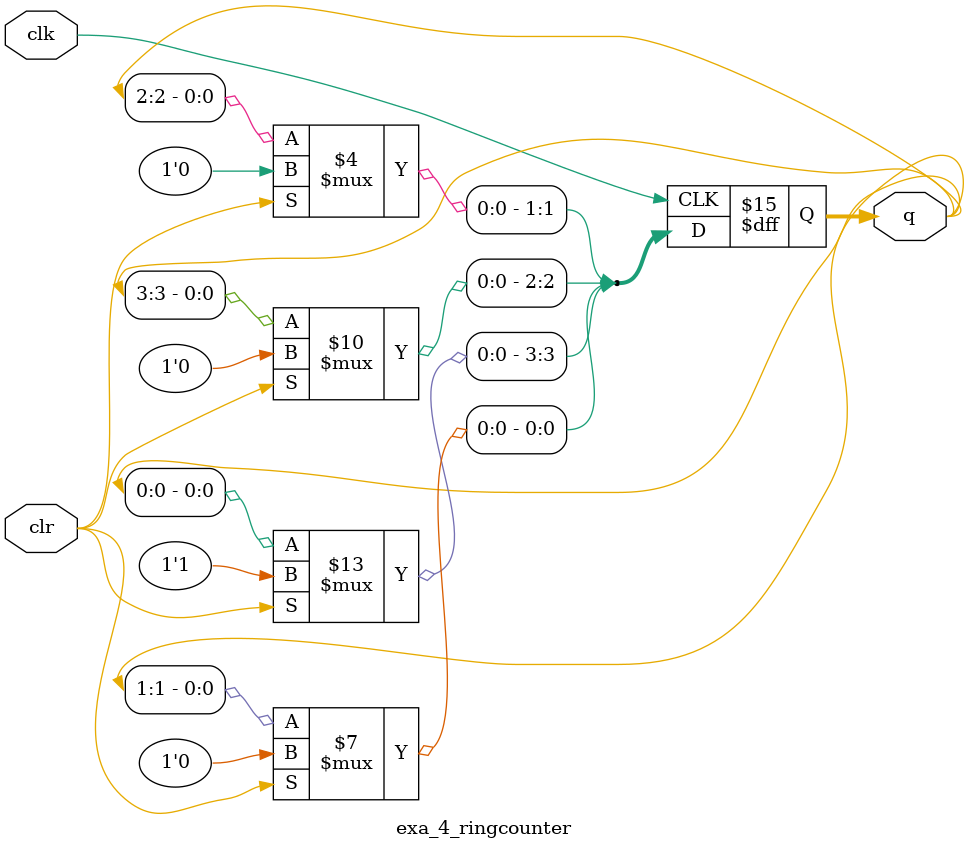
<source format=v>
module exa_4_ringcounter(q, clk, clr);
    input clk, clr; 
    output [3:0] q; 
    reg [3:0] q; 
    
    always @(posedge clk) 
    begin
        if(clr == 1) 
            q <= 4'b1000;
        else 
        begin
            q[3] <= q[0];
            q[2] <= q[3];
            q[1] <= q[2];
            q[0] <= q[1];
        end
    end
endmodule

</source>
